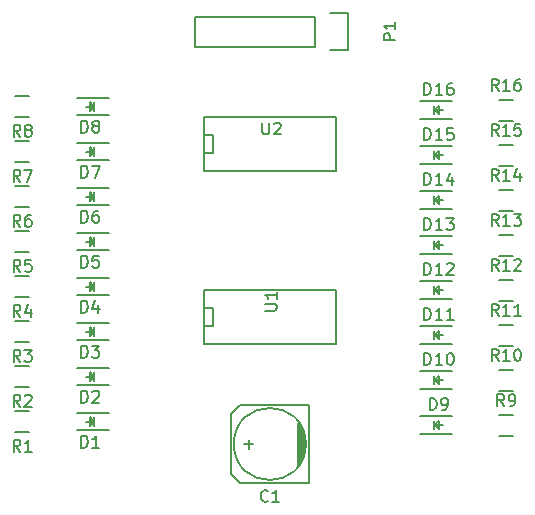
<source format=gto>
G04 #@! TF.FileFunction,Legend,Top*
%FSLAX46Y46*%
G04 Gerber Fmt 4.6, Leading zero omitted, Abs format (unit mm)*
G04 Created by KiCad (PCBNEW 4.0.2-stable) date Monday, September 05, 2016 'PMt' 06:21:07 PM*
%MOMM*%
G01*
G04 APERTURE LIST*
%ADD10C,0.100000*%
%ADD11C,0.150000*%
G04 APERTURE END LIST*
D10*
D11*
X138811000Y-108077000D02*
X138811000Y-106553000D01*
X138684000Y-106172000D02*
X138684000Y-108458000D01*
X138557000Y-108712000D02*
X138557000Y-105918000D01*
X138430000Y-105664000D02*
X138430000Y-108966000D01*
X138303000Y-109093000D02*
X138303000Y-105537000D01*
X139192000Y-110617000D02*
X139192000Y-104013000D01*
X139192000Y-104013000D02*
X133350000Y-104013000D01*
X133350000Y-104013000D02*
X132588000Y-104775000D01*
X132588000Y-104775000D02*
X132588000Y-109855000D01*
X132588000Y-109855000D02*
X133350000Y-110617000D01*
X133350000Y-110617000D02*
X139192000Y-110617000D01*
X133731000Y-107315000D02*
X134493000Y-107315000D01*
X134112000Y-107696000D02*
X134112000Y-106934000D01*
X138938000Y-107315000D02*
G75*
G03X138938000Y-107315000I-3048000J0D01*
G01*
X122250000Y-104660000D02*
X119550000Y-104660000D01*
X122250000Y-106160000D02*
X119550000Y-106160000D01*
X120750000Y-105260000D02*
X120750000Y-105510000D01*
X120750000Y-105510000D02*
X120900000Y-105360000D01*
X121000000Y-105760000D02*
X121000000Y-105060000D01*
X120650000Y-105410000D02*
X120300000Y-105410000D01*
X121000000Y-105410000D02*
X120650000Y-105760000D01*
X120650000Y-105760000D02*
X120650000Y-105060000D01*
X120650000Y-105060000D02*
X121000000Y-105410000D01*
X122250000Y-100850000D02*
X119550000Y-100850000D01*
X122250000Y-102350000D02*
X119550000Y-102350000D01*
X120750000Y-101450000D02*
X120750000Y-101700000D01*
X120750000Y-101700000D02*
X120900000Y-101550000D01*
X121000000Y-101950000D02*
X121000000Y-101250000D01*
X120650000Y-101600000D02*
X120300000Y-101600000D01*
X121000000Y-101600000D02*
X120650000Y-101950000D01*
X120650000Y-101950000D02*
X120650000Y-101250000D01*
X120650000Y-101250000D02*
X121000000Y-101600000D01*
X122250000Y-97040000D02*
X119550000Y-97040000D01*
X122250000Y-98540000D02*
X119550000Y-98540000D01*
X120750000Y-97640000D02*
X120750000Y-97890000D01*
X120750000Y-97890000D02*
X120900000Y-97740000D01*
X121000000Y-98140000D02*
X121000000Y-97440000D01*
X120650000Y-97790000D02*
X120300000Y-97790000D01*
X121000000Y-97790000D02*
X120650000Y-98140000D01*
X120650000Y-98140000D02*
X120650000Y-97440000D01*
X120650000Y-97440000D02*
X121000000Y-97790000D01*
X122250000Y-93230000D02*
X119550000Y-93230000D01*
X122250000Y-94730000D02*
X119550000Y-94730000D01*
X120750000Y-93830000D02*
X120750000Y-94080000D01*
X120750000Y-94080000D02*
X120900000Y-93930000D01*
X121000000Y-94330000D02*
X121000000Y-93630000D01*
X120650000Y-93980000D02*
X120300000Y-93980000D01*
X121000000Y-93980000D02*
X120650000Y-94330000D01*
X120650000Y-94330000D02*
X120650000Y-93630000D01*
X120650000Y-93630000D02*
X121000000Y-93980000D01*
X122250000Y-89420000D02*
X119550000Y-89420000D01*
X122250000Y-90920000D02*
X119550000Y-90920000D01*
X120750000Y-90020000D02*
X120750000Y-90270000D01*
X120750000Y-90270000D02*
X120900000Y-90120000D01*
X121000000Y-90520000D02*
X121000000Y-89820000D01*
X120650000Y-90170000D02*
X120300000Y-90170000D01*
X121000000Y-90170000D02*
X120650000Y-90520000D01*
X120650000Y-90520000D02*
X120650000Y-89820000D01*
X120650000Y-89820000D02*
X121000000Y-90170000D01*
X122250000Y-85610000D02*
X119550000Y-85610000D01*
X122250000Y-87110000D02*
X119550000Y-87110000D01*
X120750000Y-86210000D02*
X120750000Y-86460000D01*
X120750000Y-86460000D02*
X120900000Y-86310000D01*
X121000000Y-86710000D02*
X121000000Y-86010000D01*
X120650000Y-86360000D02*
X120300000Y-86360000D01*
X121000000Y-86360000D02*
X120650000Y-86710000D01*
X120650000Y-86710000D02*
X120650000Y-86010000D01*
X120650000Y-86010000D02*
X121000000Y-86360000D01*
X122250000Y-81800000D02*
X119550000Y-81800000D01*
X122250000Y-83300000D02*
X119550000Y-83300000D01*
X120750000Y-82400000D02*
X120750000Y-82650000D01*
X120750000Y-82650000D02*
X120900000Y-82500000D01*
X121000000Y-82900000D02*
X121000000Y-82200000D01*
X120650000Y-82550000D02*
X120300000Y-82550000D01*
X121000000Y-82550000D02*
X120650000Y-82900000D01*
X120650000Y-82900000D02*
X120650000Y-82200000D01*
X120650000Y-82200000D02*
X121000000Y-82550000D01*
X122250000Y-77990000D02*
X119550000Y-77990000D01*
X122250000Y-79490000D02*
X119550000Y-79490000D01*
X120750000Y-78590000D02*
X120750000Y-78840000D01*
X120750000Y-78840000D02*
X120900000Y-78690000D01*
X121000000Y-79090000D02*
X121000000Y-78390000D01*
X120650000Y-78740000D02*
X120300000Y-78740000D01*
X121000000Y-78740000D02*
X120650000Y-79090000D01*
X120650000Y-79090000D02*
X120650000Y-78390000D01*
X120650000Y-78390000D02*
X121000000Y-78740000D01*
X148577500Y-106477500D02*
X151277500Y-106477500D01*
X148577500Y-104977500D02*
X151277500Y-104977500D01*
X150077500Y-105877500D02*
X150077500Y-105627500D01*
X150077500Y-105627500D02*
X149927500Y-105777500D01*
X149827500Y-105377500D02*
X149827500Y-106077500D01*
X150177500Y-105727500D02*
X150527500Y-105727500D01*
X149827500Y-105727500D02*
X150177500Y-105377500D01*
X150177500Y-105377500D02*
X150177500Y-106077500D01*
X150177500Y-106077500D02*
X149827500Y-105727500D01*
X148577500Y-102667500D02*
X151277500Y-102667500D01*
X148577500Y-101167500D02*
X151277500Y-101167500D01*
X150077500Y-102067500D02*
X150077500Y-101817500D01*
X150077500Y-101817500D02*
X149927500Y-101967500D01*
X149827500Y-101567500D02*
X149827500Y-102267500D01*
X150177500Y-101917500D02*
X150527500Y-101917500D01*
X149827500Y-101917500D02*
X150177500Y-101567500D01*
X150177500Y-101567500D02*
X150177500Y-102267500D01*
X150177500Y-102267500D02*
X149827500Y-101917500D01*
X148577500Y-98857500D02*
X151277500Y-98857500D01*
X148577500Y-97357500D02*
X151277500Y-97357500D01*
X150077500Y-98257500D02*
X150077500Y-98007500D01*
X150077500Y-98007500D02*
X149927500Y-98157500D01*
X149827500Y-97757500D02*
X149827500Y-98457500D01*
X150177500Y-98107500D02*
X150527500Y-98107500D01*
X149827500Y-98107500D02*
X150177500Y-97757500D01*
X150177500Y-97757500D02*
X150177500Y-98457500D01*
X150177500Y-98457500D02*
X149827500Y-98107500D01*
X148577500Y-95047500D02*
X151277500Y-95047500D01*
X148577500Y-93547500D02*
X151277500Y-93547500D01*
X150077500Y-94447500D02*
X150077500Y-94197500D01*
X150077500Y-94197500D02*
X149927500Y-94347500D01*
X149827500Y-93947500D02*
X149827500Y-94647500D01*
X150177500Y-94297500D02*
X150527500Y-94297500D01*
X149827500Y-94297500D02*
X150177500Y-93947500D01*
X150177500Y-93947500D02*
X150177500Y-94647500D01*
X150177500Y-94647500D02*
X149827500Y-94297500D01*
X148577500Y-91237500D02*
X151277500Y-91237500D01*
X148577500Y-89737500D02*
X151277500Y-89737500D01*
X150077500Y-90637500D02*
X150077500Y-90387500D01*
X150077500Y-90387500D02*
X149927500Y-90537500D01*
X149827500Y-90137500D02*
X149827500Y-90837500D01*
X150177500Y-90487500D02*
X150527500Y-90487500D01*
X149827500Y-90487500D02*
X150177500Y-90137500D01*
X150177500Y-90137500D02*
X150177500Y-90837500D01*
X150177500Y-90837500D02*
X149827500Y-90487500D01*
X148577500Y-87427500D02*
X151277500Y-87427500D01*
X148577500Y-85927500D02*
X151277500Y-85927500D01*
X150077500Y-86827500D02*
X150077500Y-86577500D01*
X150077500Y-86577500D02*
X149927500Y-86727500D01*
X149827500Y-86327500D02*
X149827500Y-87027500D01*
X150177500Y-86677500D02*
X150527500Y-86677500D01*
X149827500Y-86677500D02*
X150177500Y-86327500D01*
X150177500Y-86327500D02*
X150177500Y-87027500D01*
X150177500Y-87027500D02*
X149827500Y-86677500D01*
X148577500Y-83617500D02*
X151277500Y-83617500D01*
X148577500Y-82117500D02*
X151277500Y-82117500D01*
X150077500Y-83017500D02*
X150077500Y-82767500D01*
X150077500Y-82767500D02*
X149927500Y-82917500D01*
X149827500Y-82517500D02*
X149827500Y-83217500D01*
X150177500Y-82867500D02*
X150527500Y-82867500D01*
X149827500Y-82867500D02*
X150177500Y-82517500D01*
X150177500Y-82517500D02*
X150177500Y-83217500D01*
X150177500Y-83217500D02*
X149827500Y-82867500D01*
X148577500Y-79807500D02*
X151277500Y-79807500D01*
X148577500Y-78307500D02*
X151277500Y-78307500D01*
X150077500Y-79207500D02*
X150077500Y-78957500D01*
X150077500Y-78957500D02*
X149927500Y-79107500D01*
X149827500Y-78707500D02*
X149827500Y-79407500D01*
X150177500Y-79057500D02*
X150527500Y-79057500D01*
X149827500Y-79057500D02*
X150177500Y-78707500D01*
X150177500Y-78707500D02*
X150177500Y-79407500D01*
X150177500Y-79407500D02*
X149827500Y-79057500D01*
X140970000Y-70840000D02*
X142520000Y-70840000D01*
X142520000Y-70840000D02*
X142520000Y-73940000D01*
X142520000Y-73940000D02*
X140970000Y-73940000D01*
X139700000Y-73660000D02*
X129540000Y-73660000D01*
X129540000Y-73660000D02*
X129540000Y-71120000D01*
X129540000Y-71120000D02*
X139700000Y-71120000D01*
X139700000Y-73660000D02*
X139700000Y-71120000D01*
X114335000Y-104535000D02*
X115535000Y-104535000D01*
X115535000Y-106285000D02*
X114335000Y-106285000D01*
X114335000Y-100725000D02*
X115535000Y-100725000D01*
X115535000Y-102475000D02*
X114335000Y-102475000D01*
X114335000Y-96915000D02*
X115535000Y-96915000D01*
X115535000Y-98665000D02*
X114335000Y-98665000D01*
X114335000Y-93105000D02*
X115535000Y-93105000D01*
X115535000Y-94855000D02*
X114335000Y-94855000D01*
X114335000Y-89295000D02*
X115535000Y-89295000D01*
X115535000Y-91045000D02*
X114335000Y-91045000D01*
X114335000Y-85485000D02*
X115535000Y-85485000D01*
X115535000Y-87235000D02*
X114335000Y-87235000D01*
X114335000Y-81675000D02*
X115535000Y-81675000D01*
X115535000Y-83425000D02*
X114335000Y-83425000D01*
X114335000Y-77865000D02*
X115535000Y-77865000D01*
X115535000Y-79615000D02*
X114335000Y-79615000D01*
X156492500Y-106602500D02*
X155292500Y-106602500D01*
X155292500Y-104852500D02*
X156492500Y-104852500D01*
X156492500Y-102792500D02*
X155292500Y-102792500D01*
X155292500Y-101042500D02*
X156492500Y-101042500D01*
X156492500Y-98982500D02*
X155292500Y-98982500D01*
X155292500Y-97232500D02*
X156492500Y-97232500D01*
X156492500Y-95172500D02*
X155292500Y-95172500D01*
X155292500Y-93422500D02*
X156492500Y-93422500D01*
X156492500Y-91362500D02*
X155292500Y-91362500D01*
X155292500Y-89612500D02*
X156492500Y-89612500D01*
X156492500Y-87552500D02*
X155292500Y-87552500D01*
X155292500Y-85802500D02*
X156492500Y-85802500D01*
X156492500Y-83742500D02*
X155292500Y-83742500D01*
X155292500Y-81992500D02*
X156492500Y-81992500D01*
X156492500Y-79932500D02*
X155292500Y-79932500D01*
X155292500Y-78182500D02*
X156492500Y-78182500D01*
X130302000Y-95758000D02*
X131064000Y-95758000D01*
X131064000Y-95758000D02*
X131064000Y-97282000D01*
X131064000Y-97282000D02*
X130302000Y-97282000D01*
X141478000Y-94234000D02*
X141478000Y-98806000D01*
X141478000Y-98806000D02*
X130302000Y-98806000D01*
X130302000Y-98806000D02*
X130302000Y-94234000D01*
X130302000Y-94234000D02*
X141478000Y-94234000D01*
X130302000Y-81153000D02*
X131064000Y-81153000D01*
X131064000Y-81153000D02*
X131064000Y-82677000D01*
X131064000Y-82677000D02*
X130302000Y-82677000D01*
X141478000Y-79629000D02*
X141478000Y-84201000D01*
X141478000Y-84201000D02*
X130302000Y-84201000D01*
X130302000Y-84201000D02*
X130302000Y-79629000D01*
X130302000Y-79629000D02*
X141478000Y-79629000D01*
X135723334Y-112117143D02*
X135675715Y-112164762D01*
X135532858Y-112212381D01*
X135437620Y-112212381D01*
X135294762Y-112164762D01*
X135199524Y-112069524D01*
X135151905Y-111974286D01*
X135104286Y-111783810D01*
X135104286Y-111640952D01*
X135151905Y-111450476D01*
X135199524Y-111355238D01*
X135294762Y-111260000D01*
X135437620Y-111212381D01*
X135532858Y-111212381D01*
X135675715Y-111260000D01*
X135723334Y-111307619D01*
X136675715Y-112212381D02*
X136104286Y-112212381D01*
X136390000Y-112212381D02*
X136390000Y-111212381D01*
X136294762Y-111355238D01*
X136199524Y-111450476D01*
X136104286Y-111498095D01*
X119911905Y-107612381D02*
X119911905Y-106612381D01*
X120150000Y-106612381D01*
X120292858Y-106660000D01*
X120388096Y-106755238D01*
X120435715Y-106850476D01*
X120483334Y-107040952D01*
X120483334Y-107183810D01*
X120435715Y-107374286D01*
X120388096Y-107469524D01*
X120292858Y-107564762D01*
X120150000Y-107612381D01*
X119911905Y-107612381D01*
X121435715Y-107612381D02*
X120864286Y-107612381D01*
X121150000Y-107612381D02*
X121150000Y-106612381D01*
X121054762Y-106755238D01*
X120959524Y-106850476D01*
X120864286Y-106898095D01*
X119911905Y-103802381D02*
X119911905Y-102802381D01*
X120150000Y-102802381D01*
X120292858Y-102850000D01*
X120388096Y-102945238D01*
X120435715Y-103040476D01*
X120483334Y-103230952D01*
X120483334Y-103373810D01*
X120435715Y-103564286D01*
X120388096Y-103659524D01*
X120292858Y-103754762D01*
X120150000Y-103802381D01*
X119911905Y-103802381D01*
X120864286Y-102897619D02*
X120911905Y-102850000D01*
X121007143Y-102802381D01*
X121245239Y-102802381D01*
X121340477Y-102850000D01*
X121388096Y-102897619D01*
X121435715Y-102992857D01*
X121435715Y-103088095D01*
X121388096Y-103230952D01*
X120816667Y-103802381D01*
X121435715Y-103802381D01*
X119911905Y-99992381D02*
X119911905Y-98992381D01*
X120150000Y-98992381D01*
X120292858Y-99040000D01*
X120388096Y-99135238D01*
X120435715Y-99230476D01*
X120483334Y-99420952D01*
X120483334Y-99563810D01*
X120435715Y-99754286D01*
X120388096Y-99849524D01*
X120292858Y-99944762D01*
X120150000Y-99992381D01*
X119911905Y-99992381D01*
X120816667Y-98992381D02*
X121435715Y-98992381D01*
X121102381Y-99373333D01*
X121245239Y-99373333D01*
X121340477Y-99420952D01*
X121388096Y-99468571D01*
X121435715Y-99563810D01*
X121435715Y-99801905D01*
X121388096Y-99897143D01*
X121340477Y-99944762D01*
X121245239Y-99992381D01*
X120959524Y-99992381D01*
X120864286Y-99944762D01*
X120816667Y-99897143D01*
X119911905Y-96182381D02*
X119911905Y-95182381D01*
X120150000Y-95182381D01*
X120292858Y-95230000D01*
X120388096Y-95325238D01*
X120435715Y-95420476D01*
X120483334Y-95610952D01*
X120483334Y-95753810D01*
X120435715Y-95944286D01*
X120388096Y-96039524D01*
X120292858Y-96134762D01*
X120150000Y-96182381D01*
X119911905Y-96182381D01*
X121340477Y-95515714D02*
X121340477Y-96182381D01*
X121102381Y-95134762D02*
X120864286Y-95849048D01*
X121483334Y-95849048D01*
X119911905Y-92372381D02*
X119911905Y-91372381D01*
X120150000Y-91372381D01*
X120292858Y-91420000D01*
X120388096Y-91515238D01*
X120435715Y-91610476D01*
X120483334Y-91800952D01*
X120483334Y-91943810D01*
X120435715Y-92134286D01*
X120388096Y-92229524D01*
X120292858Y-92324762D01*
X120150000Y-92372381D01*
X119911905Y-92372381D01*
X121388096Y-91372381D02*
X120911905Y-91372381D01*
X120864286Y-91848571D01*
X120911905Y-91800952D01*
X121007143Y-91753333D01*
X121245239Y-91753333D01*
X121340477Y-91800952D01*
X121388096Y-91848571D01*
X121435715Y-91943810D01*
X121435715Y-92181905D01*
X121388096Y-92277143D01*
X121340477Y-92324762D01*
X121245239Y-92372381D01*
X121007143Y-92372381D01*
X120911905Y-92324762D01*
X120864286Y-92277143D01*
X119911905Y-88562381D02*
X119911905Y-87562381D01*
X120150000Y-87562381D01*
X120292858Y-87610000D01*
X120388096Y-87705238D01*
X120435715Y-87800476D01*
X120483334Y-87990952D01*
X120483334Y-88133810D01*
X120435715Y-88324286D01*
X120388096Y-88419524D01*
X120292858Y-88514762D01*
X120150000Y-88562381D01*
X119911905Y-88562381D01*
X121340477Y-87562381D02*
X121150000Y-87562381D01*
X121054762Y-87610000D01*
X121007143Y-87657619D01*
X120911905Y-87800476D01*
X120864286Y-87990952D01*
X120864286Y-88371905D01*
X120911905Y-88467143D01*
X120959524Y-88514762D01*
X121054762Y-88562381D01*
X121245239Y-88562381D01*
X121340477Y-88514762D01*
X121388096Y-88467143D01*
X121435715Y-88371905D01*
X121435715Y-88133810D01*
X121388096Y-88038571D01*
X121340477Y-87990952D01*
X121245239Y-87943333D01*
X121054762Y-87943333D01*
X120959524Y-87990952D01*
X120911905Y-88038571D01*
X120864286Y-88133810D01*
X119911905Y-84752381D02*
X119911905Y-83752381D01*
X120150000Y-83752381D01*
X120292858Y-83800000D01*
X120388096Y-83895238D01*
X120435715Y-83990476D01*
X120483334Y-84180952D01*
X120483334Y-84323810D01*
X120435715Y-84514286D01*
X120388096Y-84609524D01*
X120292858Y-84704762D01*
X120150000Y-84752381D01*
X119911905Y-84752381D01*
X120816667Y-83752381D02*
X121483334Y-83752381D01*
X121054762Y-84752381D01*
X119911905Y-80942381D02*
X119911905Y-79942381D01*
X120150000Y-79942381D01*
X120292858Y-79990000D01*
X120388096Y-80085238D01*
X120435715Y-80180476D01*
X120483334Y-80370952D01*
X120483334Y-80513810D01*
X120435715Y-80704286D01*
X120388096Y-80799524D01*
X120292858Y-80894762D01*
X120150000Y-80942381D01*
X119911905Y-80942381D01*
X121054762Y-80370952D02*
X120959524Y-80323333D01*
X120911905Y-80275714D01*
X120864286Y-80180476D01*
X120864286Y-80132857D01*
X120911905Y-80037619D01*
X120959524Y-79990000D01*
X121054762Y-79942381D01*
X121245239Y-79942381D01*
X121340477Y-79990000D01*
X121388096Y-80037619D01*
X121435715Y-80132857D01*
X121435715Y-80180476D01*
X121388096Y-80275714D01*
X121340477Y-80323333D01*
X121245239Y-80370952D01*
X121054762Y-80370952D01*
X120959524Y-80418571D01*
X120911905Y-80466190D01*
X120864286Y-80561429D01*
X120864286Y-80751905D01*
X120911905Y-80847143D01*
X120959524Y-80894762D01*
X121054762Y-80942381D01*
X121245239Y-80942381D01*
X121340477Y-80894762D01*
X121388096Y-80847143D01*
X121435715Y-80751905D01*
X121435715Y-80561429D01*
X121388096Y-80466190D01*
X121340477Y-80418571D01*
X121245239Y-80370952D01*
X149439405Y-104429881D02*
X149439405Y-103429881D01*
X149677500Y-103429881D01*
X149820358Y-103477500D01*
X149915596Y-103572738D01*
X149963215Y-103667976D01*
X150010834Y-103858452D01*
X150010834Y-104001310D01*
X149963215Y-104191786D01*
X149915596Y-104287024D01*
X149820358Y-104382262D01*
X149677500Y-104429881D01*
X149439405Y-104429881D01*
X150487024Y-104429881D02*
X150677500Y-104429881D01*
X150772739Y-104382262D01*
X150820358Y-104334643D01*
X150915596Y-104191786D01*
X150963215Y-104001310D01*
X150963215Y-103620357D01*
X150915596Y-103525119D01*
X150867977Y-103477500D01*
X150772739Y-103429881D01*
X150582262Y-103429881D01*
X150487024Y-103477500D01*
X150439405Y-103525119D01*
X150391786Y-103620357D01*
X150391786Y-103858452D01*
X150439405Y-103953690D01*
X150487024Y-104001310D01*
X150582262Y-104048929D01*
X150772739Y-104048929D01*
X150867977Y-104001310D01*
X150915596Y-103953690D01*
X150963215Y-103858452D01*
X148963214Y-100619881D02*
X148963214Y-99619881D01*
X149201309Y-99619881D01*
X149344167Y-99667500D01*
X149439405Y-99762738D01*
X149487024Y-99857976D01*
X149534643Y-100048452D01*
X149534643Y-100191310D01*
X149487024Y-100381786D01*
X149439405Y-100477024D01*
X149344167Y-100572262D01*
X149201309Y-100619881D01*
X148963214Y-100619881D01*
X150487024Y-100619881D02*
X149915595Y-100619881D01*
X150201309Y-100619881D02*
X150201309Y-99619881D01*
X150106071Y-99762738D01*
X150010833Y-99857976D01*
X149915595Y-99905595D01*
X151106071Y-99619881D02*
X151201310Y-99619881D01*
X151296548Y-99667500D01*
X151344167Y-99715119D01*
X151391786Y-99810357D01*
X151439405Y-100000833D01*
X151439405Y-100238929D01*
X151391786Y-100429405D01*
X151344167Y-100524643D01*
X151296548Y-100572262D01*
X151201310Y-100619881D01*
X151106071Y-100619881D01*
X151010833Y-100572262D01*
X150963214Y-100524643D01*
X150915595Y-100429405D01*
X150867976Y-100238929D01*
X150867976Y-100000833D01*
X150915595Y-99810357D01*
X150963214Y-99715119D01*
X151010833Y-99667500D01*
X151106071Y-99619881D01*
X148963214Y-96809881D02*
X148963214Y-95809881D01*
X149201309Y-95809881D01*
X149344167Y-95857500D01*
X149439405Y-95952738D01*
X149487024Y-96047976D01*
X149534643Y-96238452D01*
X149534643Y-96381310D01*
X149487024Y-96571786D01*
X149439405Y-96667024D01*
X149344167Y-96762262D01*
X149201309Y-96809881D01*
X148963214Y-96809881D01*
X150487024Y-96809881D02*
X149915595Y-96809881D01*
X150201309Y-96809881D02*
X150201309Y-95809881D01*
X150106071Y-95952738D01*
X150010833Y-96047976D01*
X149915595Y-96095595D01*
X151439405Y-96809881D02*
X150867976Y-96809881D01*
X151153690Y-96809881D02*
X151153690Y-95809881D01*
X151058452Y-95952738D01*
X150963214Y-96047976D01*
X150867976Y-96095595D01*
X148963214Y-92999881D02*
X148963214Y-91999881D01*
X149201309Y-91999881D01*
X149344167Y-92047500D01*
X149439405Y-92142738D01*
X149487024Y-92237976D01*
X149534643Y-92428452D01*
X149534643Y-92571310D01*
X149487024Y-92761786D01*
X149439405Y-92857024D01*
X149344167Y-92952262D01*
X149201309Y-92999881D01*
X148963214Y-92999881D01*
X150487024Y-92999881D02*
X149915595Y-92999881D01*
X150201309Y-92999881D02*
X150201309Y-91999881D01*
X150106071Y-92142738D01*
X150010833Y-92237976D01*
X149915595Y-92285595D01*
X150867976Y-92095119D02*
X150915595Y-92047500D01*
X151010833Y-91999881D01*
X151248929Y-91999881D01*
X151344167Y-92047500D01*
X151391786Y-92095119D01*
X151439405Y-92190357D01*
X151439405Y-92285595D01*
X151391786Y-92428452D01*
X150820357Y-92999881D01*
X151439405Y-92999881D01*
X148963214Y-89189881D02*
X148963214Y-88189881D01*
X149201309Y-88189881D01*
X149344167Y-88237500D01*
X149439405Y-88332738D01*
X149487024Y-88427976D01*
X149534643Y-88618452D01*
X149534643Y-88761310D01*
X149487024Y-88951786D01*
X149439405Y-89047024D01*
X149344167Y-89142262D01*
X149201309Y-89189881D01*
X148963214Y-89189881D01*
X150487024Y-89189881D02*
X149915595Y-89189881D01*
X150201309Y-89189881D02*
X150201309Y-88189881D01*
X150106071Y-88332738D01*
X150010833Y-88427976D01*
X149915595Y-88475595D01*
X150820357Y-88189881D02*
X151439405Y-88189881D01*
X151106071Y-88570833D01*
X151248929Y-88570833D01*
X151344167Y-88618452D01*
X151391786Y-88666071D01*
X151439405Y-88761310D01*
X151439405Y-88999405D01*
X151391786Y-89094643D01*
X151344167Y-89142262D01*
X151248929Y-89189881D01*
X150963214Y-89189881D01*
X150867976Y-89142262D01*
X150820357Y-89094643D01*
X148963214Y-85379881D02*
X148963214Y-84379881D01*
X149201309Y-84379881D01*
X149344167Y-84427500D01*
X149439405Y-84522738D01*
X149487024Y-84617976D01*
X149534643Y-84808452D01*
X149534643Y-84951310D01*
X149487024Y-85141786D01*
X149439405Y-85237024D01*
X149344167Y-85332262D01*
X149201309Y-85379881D01*
X148963214Y-85379881D01*
X150487024Y-85379881D02*
X149915595Y-85379881D01*
X150201309Y-85379881D02*
X150201309Y-84379881D01*
X150106071Y-84522738D01*
X150010833Y-84617976D01*
X149915595Y-84665595D01*
X151344167Y-84713214D02*
X151344167Y-85379881D01*
X151106071Y-84332262D02*
X150867976Y-85046548D01*
X151487024Y-85046548D01*
X148963214Y-81569881D02*
X148963214Y-80569881D01*
X149201309Y-80569881D01*
X149344167Y-80617500D01*
X149439405Y-80712738D01*
X149487024Y-80807976D01*
X149534643Y-80998452D01*
X149534643Y-81141310D01*
X149487024Y-81331786D01*
X149439405Y-81427024D01*
X149344167Y-81522262D01*
X149201309Y-81569881D01*
X148963214Y-81569881D01*
X150487024Y-81569881D02*
X149915595Y-81569881D01*
X150201309Y-81569881D02*
X150201309Y-80569881D01*
X150106071Y-80712738D01*
X150010833Y-80807976D01*
X149915595Y-80855595D01*
X151391786Y-80569881D02*
X150915595Y-80569881D01*
X150867976Y-81046071D01*
X150915595Y-80998452D01*
X151010833Y-80950833D01*
X151248929Y-80950833D01*
X151344167Y-80998452D01*
X151391786Y-81046071D01*
X151439405Y-81141310D01*
X151439405Y-81379405D01*
X151391786Y-81474643D01*
X151344167Y-81522262D01*
X151248929Y-81569881D01*
X151010833Y-81569881D01*
X150915595Y-81522262D01*
X150867976Y-81474643D01*
X148963214Y-77759881D02*
X148963214Y-76759881D01*
X149201309Y-76759881D01*
X149344167Y-76807500D01*
X149439405Y-76902738D01*
X149487024Y-76997976D01*
X149534643Y-77188452D01*
X149534643Y-77331310D01*
X149487024Y-77521786D01*
X149439405Y-77617024D01*
X149344167Y-77712262D01*
X149201309Y-77759881D01*
X148963214Y-77759881D01*
X150487024Y-77759881D02*
X149915595Y-77759881D01*
X150201309Y-77759881D02*
X150201309Y-76759881D01*
X150106071Y-76902738D01*
X150010833Y-76997976D01*
X149915595Y-77045595D01*
X151344167Y-76759881D02*
X151153690Y-76759881D01*
X151058452Y-76807500D01*
X151010833Y-76855119D01*
X150915595Y-76997976D01*
X150867976Y-77188452D01*
X150867976Y-77569405D01*
X150915595Y-77664643D01*
X150963214Y-77712262D01*
X151058452Y-77759881D01*
X151248929Y-77759881D01*
X151344167Y-77712262D01*
X151391786Y-77664643D01*
X151439405Y-77569405D01*
X151439405Y-77331310D01*
X151391786Y-77236071D01*
X151344167Y-77188452D01*
X151248929Y-77140833D01*
X151058452Y-77140833D01*
X150963214Y-77188452D01*
X150915595Y-77236071D01*
X150867976Y-77331310D01*
X146522381Y-73128095D02*
X145522381Y-73128095D01*
X145522381Y-72747142D01*
X145570000Y-72651904D01*
X145617619Y-72604285D01*
X145712857Y-72556666D01*
X145855714Y-72556666D01*
X145950952Y-72604285D01*
X145998571Y-72651904D01*
X146046190Y-72747142D01*
X146046190Y-73128095D01*
X146522381Y-71604285D02*
X146522381Y-72175714D01*
X146522381Y-71890000D02*
X145522381Y-71890000D01*
X145665238Y-71985238D01*
X145760476Y-72080476D01*
X145808095Y-72175714D01*
X114768334Y-107962381D02*
X114435000Y-107486190D01*
X114196905Y-107962381D02*
X114196905Y-106962381D01*
X114577858Y-106962381D01*
X114673096Y-107010000D01*
X114720715Y-107057619D01*
X114768334Y-107152857D01*
X114768334Y-107295714D01*
X114720715Y-107390952D01*
X114673096Y-107438571D01*
X114577858Y-107486190D01*
X114196905Y-107486190D01*
X115720715Y-107962381D02*
X115149286Y-107962381D01*
X115435000Y-107962381D02*
X115435000Y-106962381D01*
X115339762Y-107105238D01*
X115244524Y-107200476D01*
X115149286Y-107248095D01*
X114768334Y-104152381D02*
X114435000Y-103676190D01*
X114196905Y-104152381D02*
X114196905Y-103152381D01*
X114577858Y-103152381D01*
X114673096Y-103200000D01*
X114720715Y-103247619D01*
X114768334Y-103342857D01*
X114768334Y-103485714D01*
X114720715Y-103580952D01*
X114673096Y-103628571D01*
X114577858Y-103676190D01*
X114196905Y-103676190D01*
X115149286Y-103247619D02*
X115196905Y-103200000D01*
X115292143Y-103152381D01*
X115530239Y-103152381D01*
X115625477Y-103200000D01*
X115673096Y-103247619D01*
X115720715Y-103342857D01*
X115720715Y-103438095D01*
X115673096Y-103580952D01*
X115101667Y-104152381D01*
X115720715Y-104152381D01*
X114768334Y-100342381D02*
X114435000Y-99866190D01*
X114196905Y-100342381D02*
X114196905Y-99342381D01*
X114577858Y-99342381D01*
X114673096Y-99390000D01*
X114720715Y-99437619D01*
X114768334Y-99532857D01*
X114768334Y-99675714D01*
X114720715Y-99770952D01*
X114673096Y-99818571D01*
X114577858Y-99866190D01*
X114196905Y-99866190D01*
X115101667Y-99342381D02*
X115720715Y-99342381D01*
X115387381Y-99723333D01*
X115530239Y-99723333D01*
X115625477Y-99770952D01*
X115673096Y-99818571D01*
X115720715Y-99913810D01*
X115720715Y-100151905D01*
X115673096Y-100247143D01*
X115625477Y-100294762D01*
X115530239Y-100342381D01*
X115244524Y-100342381D01*
X115149286Y-100294762D01*
X115101667Y-100247143D01*
X114768334Y-96532381D02*
X114435000Y-96056190D01*
X114196905Y-96532381D02*
X114196905Y-95532381D01*
X114577858Y-95532381D01*
X114673096Y-95580000D01*
X114720715Y-95627619D01*
X114768334Y-95722857D01*
X114768334Y-95865714D01*
X114720715Y-95960952D01*
X114673096Y-96008571D01*
X114577858Y-96056190D01*
X114196905Y-96056190D01*
X115625477Y-95865714D02*
X115625477Y-96532381D01*
X115387381Y-95484762D02*
X115149286Y-96199048D01*
X115768334Y-96199048D01*
X114768334Y-92722381D02*
X114435000Y-92246190D01*
X114196905Y-92722381D02*
X114196905Y-91722381D01*
X114577858Y-91722381D01*
X114673096Y-91770000D01*
X114720715Y-91817619D01*
X114768334Y-91912857D01*
X114768334Y-92055714D01*
X114720715Y-92150952D01*
X114673096Y-92198571D01*
X114577858Y-92246190D01*
X114196905Y-92246190D01*
X115673096Y-91722381D02*
X115196905Y-91722381D01*
X115149286Y-92198571D01*
X115196905Y-92150952D01*
X115292143Y-92103333D01*
X115530239Y-92103333D01*
X115625477Y-92150952D01*
X115673096Y-92198571D01*
X115720715Y-92293810D01*
X115720715Y-92531905D01*
X115673096Y-92627143D01*
X115625477Y-92674762D01*
X115530239Y-92722381D01*
X115292143Y-92722381D01*
X115196905Y-92674762D01*
X115149286Y-92627143D01*
X114768334Y-88912381D02*
X114435000Y-88436190D01*
X114196905Y-88912381D02*
X114196905Y-87912381D01*
X114577858Y-87912381D01*
X114673096Y-87960000D01*
X114720715Y-88007619D01*
X114768334Y-88102857D01*
X114768334Y-88245714D01*
X114720715Y-88340952D01*
X114673096Y-88388571D01*
X114577858Y-88436190D01*
X114196905Y-88436190D01*
X115625477Y-87912381D02*
X115435000Y-87912381D01*
X115339762Y-87960000D01*
X115292143Y-88007619D01*
X115196905Y-88150476D01*
X115149286Y-88340952D01*
X115149286Y-88721905D01*
X115196905Y-88817143D01*
X115244524Y-88864762D01*
X115339762Y-88912381D01*
X115530239Y-88912381D01*
X115625477Y-88864762D01*
X115673096Y-88817143D01*
X115720715Y-88721905D01*
X115720715Y-88483810D01*
X115673096Y-88388571D01*
X115625477Y-88340952D01*
X115530239Y-88293333D01*
X115339762Y-88293333D01*
X115244524Y-88340952D01*
X115196905Y-88388571D01*
X115149286Y-88483810D01*
X114768334Y-85102381D02*
X114435000Y-84626190D01*
X114196905Y-85102381D02*
X114196905Y-84102381D01*
X114577858Y-84102381D01*
X114673096Y-84150000D01*
X114720715Y-84197619D01*
X114768334Y-84292857D01*
X114768334Y-84435714D01*
X114720715Y-84530952D01*
X114673096Y-84578571D01*
X114577858Y-84626190D01*
X114196905Y-84626190D01*
X115101667Y-84102381D02*
X115768334Y-84102381D01*
X115339762Y-85102381D01*
X114768334Y-81292381D02*
X114435000Y-80816190D01*
X114196905Y-81292381D02*
X114196905Y-80292381D01*
X114577858Y-80292381D01*
X114673096Y-80340000D01*
X114720715Y-80387619D01*
X114768334Y-80482857D01*
X114768334Y-80625714D01*
X114720715Y-80720952D01*
X114673096Y-80768571D01*
X114577858Y-80816190D01*
X114196905Y-80816190D01*
X115339762Y-80720952D02*
X115244524Y-80673333D01*
X115196905Y-80625714D01*
X115149286Y-80530476D01*
X115149286Y-80482857D01*
X115196905Y-80387619D01*
X115244524Y-80340000D01*
X115339762Y-80292381D01*
X115530239Y-80292381D01*
X115625477Y-80340000D01*
X115673096Y-80387619D01*
X115720715Y-80482857D01*
X115720715Y-80530476D01*
X115673096Y-80625714D01*
X115625477Y-80673333D01*
X115530239Y-80720952D01*
X115339762Y-80720952D01*
X115244524Y-80768571D01*
X115196905Y-80816190D01*
X115149286Y-80911429D01*
X115149286Y-81101905D01*
X115196905Y-81197143D01*
X115244524Y-81244762D01*
X115339762Y-81292381D01*
X115530239Y-81292381D01*
X115625477Y-81244762D01*
X115673096Y-81197143D01*
X115720715Y-81101905D01*
X115720715Y-80911429D01*
X115673096Y-80816190D01*
X115625477Y-80768571D01*
X115530239Y-80720952D01*
X155725834Y-104079881D02*
X155392500Y-103603690D01*
X155154405Y-104079881D02*
X155154405Y-103079881D01*
X155535358Y-103079881D01*
X155630596Y-103127500D01*
X155678215Y-103175119D01*
X155725834Y-103270357D01*
X155725834Y-103413214D01*
X155678215Y-103508452D01*
X155630596Y-103556071D01*
X155535358Y-103603690D01*
X155154405Y-103603690D01*
X156202024Y-104079881D02*
X156392500Y-104079881D01*
X156487739Y-104032262D01*
X156535358Y-103984643D01*
X156630596Y-103841786D01*
X156678215Y-103651310D01*
X156678215Y-103270357D01*
X156630596Y-103175119D01*
X156582977Y-103127500D01*
X156487739Y-103079881D01*
X156297262Y-103079881D01*
X156202024Y-103127500D01*
X156154405Y-103175119D01*
X156106786Y-103270357D01*
X156106786Y-103508452D01*
X156154405Y-103603690D01*
X156202024Y-103651310D01*
X156297262Y-103698929D01*
X156487739Y-103698929D01*
X156582977Y-103651310D01*
X156630596Y-103603690D01*
X156678215Y-103508452D01*
X155249643Y-100269881D02*
X154916309Y-99793690D01*
X154678214Y-100269881D02*
X154678214Y-99269881D01*
X155059167Y-99269881D01*
X155154405Y-99317500D01*
X155202024Y-99365119D01*
X155249643Y-99460357D01*
X155249643Y-99603214D01*
X155202024Y-99698452D01*
X155154405Y-99746071D01*
X155059167Y-99793690D01*
X154678214Y-99793690D01*
X156202024Y-100269881D02*
X155630595Y-100269881D01*
X155916309Y-100269881D02*
X155916309Y-99269881D01*
X155821071Y-99412738D01*
X155725833Y-99507976D01*
X155630595Y-99555595D01*
X156821071Y-99269881D02*
X156916310Y-99269881D01*
X157011548Y-99317500D01*
X157059167Y-99365119D01*
X157106786Y-99460357D01*
X157154405Y-99650833D01*
X157154405Y-99888929D01*
X157106786Y-100079405D01*
X157059167Y-100174643D01*
X157011548Y-100222262D01*
X156916310Y-100269881D01*
X156821071Y-100269881D01*
X156725833Y-100222262D01*
X156678214Y-100174643D01*
X156630595Y-100079405D01*
X156582976Y-99888929D01*
X156582976Y-99650833D01*
X156630595Y-99460357D01*
X156678214Y-99365119D01*
X156725833Y-99317500D01*
X156821071Y-99269881D01*
X155249643Y-96459881D02*
X154916309Y-95983690D01*
X154678214Y-96459881D02*
X154678214Y-95459881D01*
X155059167Y-95459881D01*
X155154405Y-95507500D01*
X155202024Y-95555119D01*
X155249643Y-95650357D01*
X155249643Y-95793214D01*
X155202024Y-95888452D01*
X155154405Y-95936071D01*
X155059167Y-95983690D01*
X154678214Y-95983690D01*
X156202024Y-96459881D02*
X155630595Y-96459881D01*
X155916309Y-96459881D02*
X155916309Y-95459881D01*
X155821071Y-95602738D01*
X155725833Y-95697976D01*
X155630595Y-95745595D01*
X157154405Y-96459881D02*
X156582976Y-96459881D01*
X156868690Y-96459881D02*
X156868690Y-95459881D01*
X156773452Y-95602738D01*
X156678214Y-95697976D01*
X156582976Y-95745595D01*
X155249643Y-92649881D02*
X154916309Y-92173690D01*
X154678214Y-92649881D02*
X154678214Y-91649881D01*
X155059167Y-91649881D01*
X155154405Y-91697500D01*
X155202024Y-91745119D01*
X155249643Y-91840357D01*
X155249643Y-91983214D01*
X155202024Y-92078452D01*
X155154405Y-92126071D01*
X155059167Y-92173690D01*
X154678214Y-92173690D01*
X156202024Y-92649881D02*
X155630595Y-92649881D01*
X155916309Y-92649881D02*
X155916309Y-91649881D01*
X155821071Y-91792738D01*
X155725833Y-91887976D01*
X155630595Y-91935595D01*
X156582976Y-91745119D02*
X156630595Y-91697500D01*
X156725833Y-91649881D01*
X156963929Y-91649881D01*
X157059167Y-91697500D01*
X157106786Y-91745119D01*
X157154405Y-91840357D01*
X157154405Y-91935595D01*
X157106786Y-92078452D01*
X156535357Y-92649881D01*
X157154405Y-92649881D01*
X155249643Y-88839881D02*
X154916309Y-88363690D01*
X154678214Y-88839881D02*
X154678214Y-87839881D01*
X155059167Y-87839881D01*
X155154405Y-87887500D01*
X155202024Y-87935119D01*
X155249643Y-88030357D01*
X155249643Y-88173214D01*
X155202024Y-88268452D01*
X155154405Y-88316071D01*
X155059167Y-88363690D01*
X154678214Y-88363690D01*
X156202024Y-88839881D02*
X155630595Y-88839881D01*
X155916309Y-88839881D02*
X155916309Y-87839881D01*
X155821071Y-87982738D01*
X155725833Y-88077976D01*
X155630595Y-88125595D01*
X156535357Y-87839881D02*
X157154405Y-87839881D01*
X156821071Y-88220833D01*
X156963929Y-88220833D01*
X157059167Y-88268452D01*
X157106786Y-88316071D01*
X157154405Y-88411310D01*
X157154405Y-88649405D01*
X157106786Y-88744643D01*
X157059167Y-88792262D01*
X156963929Y-88839881D01*
X156678214Y-88839881D01*
X156582976Y-88792262D01*
X156535357Y-88744643D01*
X155249643Y-85029881D02*
X154916309Y-84553690D01*
X154678214Y-85029881D02*
X154678214Y-84029881D01*
X155059167Y-84029881D01*
X155154405Y-84077500D01*
X155202024Y-84125119D01*
X155249643Y-84220357D01*
X155249643Y-84363214D01*
X155202024Y-84458452D01*
X155154405Y-84506071D01*
X155059167Y-84553690D01*
X154678214Y-84553690D01*
X156202024Y-85029881D02*
X155630595Y-85029881D01*
X155916309Y-85029881D02*
X155916309Y-84029881D01*
X155821071Y-84172738D01*
X155725833Y-84267976D01*
X155630595Y-84315595D01*
X157059167Y-84363214D02*
X157059167Y-85029881D01*
X156821071Y-83982262D02*
X156582976Y-84696548D01*
X157202024Y-84696548D01*
X155249643Y-81219881D02*
X154916309Y-80743690D01*
X154678214Y-81219881D02*
X154678214Y-80219881D01*
X155059167Y-80219881D01*
X155154405Y-80267500D01*
X155202024Y-80315119D01*
X155249643Y-80410357D01*
X155249643Y-80553214D01*
X155202024Y-80648452D01*
X155154405Y-80696071D01*
X155059167Y-80743690D01*
X154678214Y-80743690D01*
X156202024Y-81219881D02*
X155630595Y-81219881D01*
X155916309Y-81219881D02*
X155916309Y-80219881D01*
X155821071Y-80362738D01*
X155725833Y-80457976D01*
X155630595Y-80505595D01*
X157106786Y-80219881D02*
X156630595Y-80219881D01*
X156582976Y-80696071D01*
X156630595Y-80648452D01*
X156725833Y-80600833D01*
X156963929Y-80600833D01*
X157059167Y-80648452D01*
X157106786Y-80696071D01*
X157154405Y-80791310D01*
X157154405Y-81029405D01*
X157106786Y-81124643D01*
X157059167Y-81172262D01*
X156963929Y-81219881D01*
X156725833Y-81219881D01*
X156630595Y-81172262D01*
X156582976Y-81124643D01*
X155249643Y-77409881D02*
X154916309Y-76933690D01*
X154678214Y-77409881D02*
X154678214Y-76409881D01*
X155059167Y-76409881D01*
X155154405Y-76457500D01*
X155202024Y-76505119D01*
X155249643Y-76600357D01*
X155249643Y-76743214D01*
X155202024Y-76838452D01*
X155154405Y-76886071D01*
X155059167Y-76933690D01*
X154678214Y-76933690D01*
X156202024Y-77409881D02*
X155630595Y-77409881D01*
X155916309Y-77409881D02*
X155916309Y-76409881D01*
X155821071Y-76552738D01*
X155725833Y-76647976D01*
X155630595Y-76695595D01*
X157059167Y-76409881D02*
X156868690Y-76409881D01*
X156773452Y-76457500D01*
X156725833Y-76505119D01*
X156630595Y-76647976D01*
X156582976Y-76838452D01*
X156582976Y-77219405D01*
X156630595Y-77314643D01*
X156678214Y-77362262D01*
X156773452Y-77409881D01*
X156963929Y-77409881D01*
X157059167Y-77362262D01*
X157106786Y-77314643D01*
X157154405Y-77219405D01*
X157154405Y-76981310D01*
X157106786Y-76886071D01*
X157059167Y-76838452D01*
X156963929Y-76790833D01*
X156773452Y-76790833D01*
X156678214Y-76838452D01*
X156630595Y-76886071D01*
X156582976Y-76981310D01*
X135469381Y-96011905D02*
X136278905Y-96011905D01*
X136374143Y-95964286D01*
X136421762Y-95916667D01*
X136469381Y-95821429D01*
X136469381Y-95630952D01*
X136421762Y-95535714D01*
X136374143Y-95488095D01*
X136278905Y-95440476D01*
X135469381Y-95440476D01*
X136469381Y-94440476D02*
X136469381Y-95011905D01*
X136469381Y-94726191D02*
X135469381Y-94726191D01*
X135612238Y-94821429D01*
X135707476Y-94916667D01*
X135755095Y-95011905D01*
X135255095Y-80097381D02*
X135255095Y-80906905D01*
X135302714Y-81002143D01*
X135350333Y-81049762D01*
X135445571Y-81097381D01*
X135636048Y-81097381D01*
X135731286Y-81049762D01*
X135778905Y-81002143D01*
X135826524Y-80906905D01*
X135826524Y-80097381D01*
X136255095Y-80192619D02*
X136302714Y-80145000D01*
X136397952Y-80097381D01*
X136636048Y-80097381D01*
X136731286Y-80145000D01*
X136778905Y-80192619D01*
X136826524Y-80287857D01*
X136826524Y-80383095D01*
X136778905Y-80525952D01*
X136207476Y-81097381D01*
X136826524Y-81097381D01*
M02*

</source>
